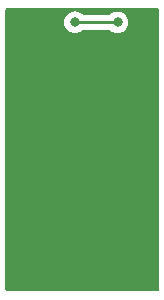
<source format=gbl>
G04 #@! TF.GenerationSoftware,KiCad,Pcbnew,(6.0.1)*
G04 #@! TF.CreationDate,2022-01-18T01:04:23-05:00*
G04 #@! TF.ProjectId,SensorStick-TSL2572,53656e73-6f72-4537-9469-636b2d54534c,rev?*
G04 #@! TF.SameCoordinates,Original*
G04 #@! TF.FileFunction,Copper,L2,Bot*
G04 #@! TF.FilePolarity,Positive*
%FSLAX46Y46*%
G04 Gerber Fmt 4.6, Leading zero omitted, Abs format (unit mm)*
G04 Created by KiCad (PCBNEW (6.0.1)) date 2022-01-18 01:04:23*
%MOMM*%
%LPD*%
G01*
G04 APERTURE LIST*
G04 #@! TA.AperFunction,ViaPad*
%ADD10C,0.800000*%
G04 #@! TD*
G04 #@! TA.AperFunction,Conductor*
%ADD11C,0.250000*%
G04 #@! TD*
G04 APERTURE END LIST*
D10*
X140300000Y-74500000D03*
X137800000Y-74500000D03*
X135300000Y-74400000D03*
X132400000Y-63200000D03*
X132200000Y-66100000D03*
X132200000Y-69200000D03*
X143600000Y-78900000D03*
X143700000Y-77200000D03*
X143700000Y-75500000D03*
X143600000Y-74000000D03*
X143700000Y-72400000D03*
X143600000Y-70500000D03*
X136300000Y-69000000D03*
X134200000Y-63000000D03*
X132400000Y-64600000D03*
X137400000Y-63700000D03*
X141000000Y-63724500D03*
X134200000Y-65900000D03*
X139400000Y-67400000D03*
X137000000Y-85000000D03*
X134000000Y-85000000D03*
X137000000Y-83000000D03*
X137000000Y-81000000D03*
X134000000Y-81000000D03*
X140000000Y-81000000D03*
X143000000Y-83000000D03*
X140000000Y-85000000D03*
X143000000Y-81000000D03*
X140000000Y-83000000D03*
X134000000Y-83000000D03*
X143000000Y-85000000D03*
D11*
X141000000Y-63724500D02*
X137424500Y-63724500D01*
X137424500Y-63724500D02*
X137400000Y-63700000D01*
G04 #@! TA.AperFunction,Conductor*
G36*
X144434121Y-62528002D02*
G01*
X144480614Y-62581658D01*
X144492000Y-62634000D01*
X144492000Y-86366000D01*
X144471998Y-86434121D01*
X144418342Y-86480614D01*
X144366000Y-86492000D01*
X131634000Y-86492000D01*
X131565879Y-86471998D01*
X131519386Y-86418342D01*
X131508000Y-86366000D01*
X131508000Y-63700000D01*
X136486496Y-63700000D01*
X136506458Y-63889928D01*
X136565473Y-64071556D01*
X136660960Y-64236944D01*
X136788747Y-64378866D01*
X136943248Y-64491118D01*
X136949276Y-64493802D01*
X136949278Y-64493803D01*
X137111681Y-64566109D01*
X137117712Y-64568794D01*
X137211112Y-64588647D01*
X137298056Y-64607128D01*
X137298061Y-64607128D01*
X137304513Y-64608500D01*
X137495487Y-64608500D01*
X137501939Y-64607128D01*
X137501944Y-64607128D01*
X137588888Y-64588647D01*
X137682288Y-64568794D01*
X137688319Y-64566109D01*
X137850722Y-64493803D01*
X137850724Y-64493802D01*
X137856752Y-64491118D01*
X138006852Y-64382064D01*
X138073718Y-64358206D01*
X138080912Y-64358000D01*
X140291800Y-64358000D01*
X140359921Y-64378002D01*
X140379147Y-64394343D01*
X140379420Y-64394040D01*
X140384332Y-64398463D01*
X140388747Y-64403366D01*
X140543248Y-64515618D01*
X140549276Y-64518302D01*
X140549278Y-64518303D01*
X140665765Y-64570166D01*
X140717712Y-64593294D01*
X140811113Y-64613147D01*
X140898056Y-64631628D01*
X140898061Y-64631628D01*
X140904513Y-64633000D01*
X141095487Y-64633000D01*
X141101939Y-64631628D01*
X141101944Y-64631628D01*
X141188887Y-64613147D01*
X141282288Y-64593294D01*
X141334235Y-64570166D01*
X141450722Y-64518303D01*
X141450724Y-64518302D01*
X141456752Y-64515618D01*
X141611253Y-64403366D01*
X141629817Y-64382749D01*
X141734621Y-64266352D01*
X141734622Y-64266351D01*
X141739040Y-64261444D01*
X141834527Y-64096056D01*
X141893542Y-63914428D01*
X141913504Y-63724500D01*
X141893542Y-63534572D01*
X141834527Y-63352944D01*
X141739040Y-63187556D01*
X141611253Y-63045634D01*
X141456752Y-62933382D01*
X141450724Y-62930698D01*
X141450722Y-62930697D01*
X141288319Y-62858391D01*
X141288318Y-62858391D01*
X141282288Y-62855706D01*
X141179657Y-62833891D01*
X141101944Y-62817372D01*
X141101939Y-62817372D01*
X141095487Y-62816000D01*
X140904513Y-62816000D01*
X140898061Y-62817372D01*
X140898056Y-62817372D01*
X140820343Y-62833891D01*
X140717712Y-62855706D01*
X140711682Y-62858391D01*
X140711681Y-62858391D01*
X140549278Y-62930697D01*
X140549276Y-62930698D01*
X140543248Y-62933382D01*
X140388747Y-63045634D01*
X140384332Y-63050537D01*
X140379420Y-63054960D01*
X140378295Y-63053711D01*
X140324986Y-63086551D01*
X140291800Y-63091000D01*
X138130260Y-63091000D01*
X138062139Y-63070998D01*
X138036624Y-63049311D01*
X138015668Y-63026037D01*
X138015666Y-63026036D01*
X138011253Y-63021134D01*
X137856752Y-62908882D01*
X137850724Y-62906198D01*
X137850722Y-62906197D01*
X137688319Y-62833891D01*
X137688318Y-62833891D01*
X137682288Y-62831206D01*
X137588888Y-62811353D01*
X137501944Y-62792872D01*
X137501939Y-62792872D01*
X137495487Y-62791500D01*
X137304513Y-62791500D01*
X137298061Y-62792872D01*
X137298056Y-62792872D01*
X137211112Y-62811353D01*
X137117712Y-62831206D01*
X137111682Y-62833891D01*
X137111681Y-62833891D01*
X136949278Y-62906197D01*
X136949276Y-62906198D01*
X136943248Y-62908882D01*
X136788747Y-63021134D01*
X136784326Y-63026044D01*
X136784325Y-63026045D01*
X136759415Y-63053711D01*
X136660960Y-63163056D01*
X136565473Y-63328444D01*
X136506458Y-63510072D01*
X136486496Y-63700000D01*
X131508000Y-63700000D01*
X131508000Y-62634000D01*
X131528002Y-62565879D01*
X131581658Y-62519386D01*
X131634000Y-62508000D01*
X144366000Y-62508000D01*
X144434121Y-62528002D01*
G37*
G04 #@! TD.AperFunction*
M02*

</source>
